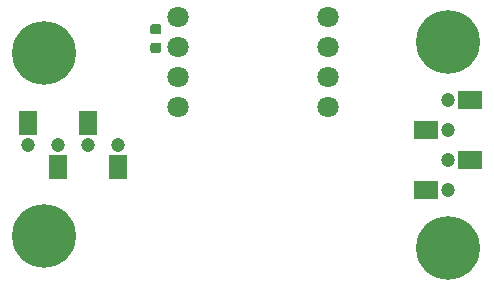
<source format=gts>
G04 #@! TF.GenerationSoftware,KiCad,Pcbnew,(5.1.9-16-g1737927814)-1*
G04 #@! TF.CreationDate,2021-04-01T12:21:51-04:00*
G04 #@! TF.ProjectId,pressure_ms4525do,70726573-7375-4726-955f-6d7334353235,1*
G04 #@! TF.SameCoordinates,Original*
G04 #@! TF.FileFunction,Soldermask,Top*
G04 #@! TF.FilePolarity,Negative*
%FSLAX45Y45*%
G04 Gerber Fmt 4.5, Leading zero omitted, Abs format (unit mm)*
G04 Created by KiCad (PCBNEW (5.1.9-16-g1737927814)-1) date 2021-04-01 12:21:51*
%MOMM*%
%LPD*%
G01*
G04 APERTURE LIST*
%ADD10C,1.200000*%
%ADD11R,1.500000X2.100000*%
%ADD12R,2.100000X1.500000*%
%ADD13C,1.800000*%
%ADD14C,5.400000*%
%ADD15C,0.800000*%
G04 APERTURE END LIST*
D10*
X727000Y-1250000D03*
X473000Y-1250000D03*
X219000Y-1250000D03*
D11*
X219000Y-1065000D03*
X727000Y-1065000D03*
X473000Y-1435000D03*
X981000Y-1435000D03*
D10*
X981000Y-1250000D03*
X3775000Y-1377000D03*
X3775000Y-1123000D03*
X3775000Y-869000D03*
D12*
X3960000Y-869000D03*
X3960000Y-1377000D03*
X3590000Y-1123000D03*
X3590000Y-1631000D03*
D10*
X3775000Y-1631000D03*
D13*
X2760000Y-169000D03*
X2760000Y-423000D03*
X2760000Y-677000D03*
X2760000Y-931000D03*
X1490000Y-931000D03*
X1490000Y-677000D03*
X1490000Y-423000D03*
X1490000Y-169000D03*
D14*
X3775000Y-2125000D03*
D15*
X3977500Y-2125000D03*
X3918189Y-2268189D03*
X3775000Y-2327500D03*
X3631811Y-2268189D03*
X3572500Y-2125000D03*
X3631811Y-1981811D03*
X3775000Y-1922500D03*
X3918189Y-1981811D03*
D14*
X3775000Y-375000D03*
D15*
X3977500Y-375000D03*
X3918189Y-518189D03*
X3775000Y-577500D03*
X3631811Y-518189D03*
X3572500Y-375000D03*
X3631811Y-231811D03*
X3775000Y-172500D03*
X3918189Y-231811D03*
D14*
X350000Y-2025000D03*
D15*
X552500Y-2025000D03*
X493189Y-2168189D03*
X350000Y-2227500D03*
X206811Y-2168189D03*
X147500Y-2025000D03*
X206811Y-1881811D03*
X350000Y-1822500D03*
X493189Y-1881811D03*
D14*
X350000Y-475000D03*
D15*
X552500Y-475000D03*
X493189Y-618189D03*
X350000Y-677500D03*
X206811Y-618189D03*
X147500Y-475000D03*
X206811Y-331811D03*
X350000Y-272500D03*
X493189Y-331811D03*
G36*
G01*
X1274375Y-385000D02*
X1325625Y-385000D01*
G75*
G02*
X1347500Y-406875I0J-21875D01*
G01*
X1347500Y-450625D01*
G75*
G02*
X1325625Y-472500I-21875J0D01*
G01*
X1274375Y-472500D01*
G75*
G02*
X1252500Y-450625I0J21875D01*
G01*
X1252500Y-406875D01*
G75*
G02*
X1274375Y-385000I21875J0D01*
G01*
G37*
G36*
G01*
X1274375Y-227500D02*
X1325625Y-227500D01*
G75*
G02*
X1347500Y-249375I0J-21875D01*
G01*
X1347500Y-293125D01*
G75*
G02*
X1325625Y-315000I-21875J0D01*
G01*
X1274375Y-315000D01*
G75*
G02*
X1252500Y-293125I0J21875D01*
G01*
X1252500Y-249375D01*
G75*
G02*
X1274375Y-227500I21875J0D01*
G01*
G37*
M02*

</source>
